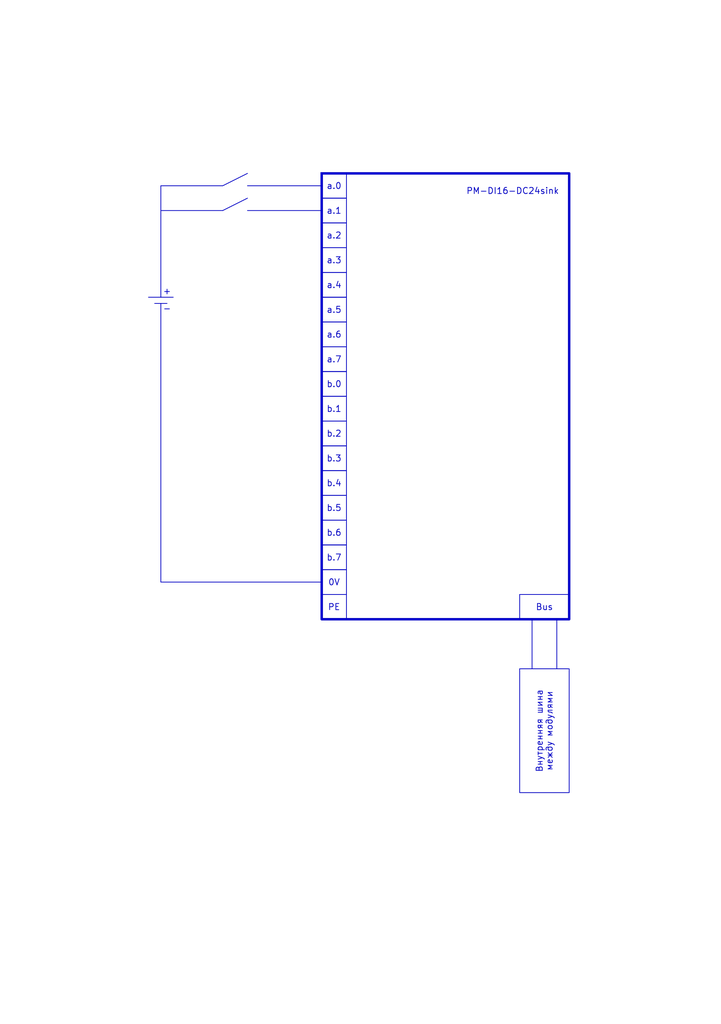
<source format=kicad_sch>
(kicad_sch
	(version 20231120)
	(generator "eeschema")
	(generator_version "8.0")
	(uuid "fda91065-2b86-446f-bd5e-8e65072b3a35")
	(paper "A5" portrait)
	(lib_symbols)
	(polyline
		(pts
			(xy 50.8 43.18) (xy 66.04 43.18)
		)
		(stroke
			(width 0)
			(type default)
		)
		(uuid "065eb611-0851-4807-9e23-7c7dcb7daa71")
	)
	(polyline
		(pts
			(xy 109.22 127) (xy 109.22 137.16)
		)
		(stroke
			(width 0)
			(type default)
		)
		(uuid "16ea9737-18d1-4d14-b8e9-2f492df0080a")
	)
	(polyline
		(pts
			(xy 50.8 40.64) (xy 45.72 43.18)
		)
		(stroke
			(width 0)
			(type default)
		)
		(uuid "51d85d78-4c84-42a2-8696-86e6d35ffcc5")
	)
	(polyline
		(pts
			(xy 33.02 38.1) (xy 45.72 38.1)
		)
		(stroke
			(width 0)
			(type default)
		)
		(uuid "640992d5-a8bd-4908-9c0b-a881aca46439")
	)
	(polyline
		(pts
			(xy 50.8 38.1) (xy 66.04 38.1)
		)
		(stroke
			(width 0)
			(type default)
		)
		(uuid "83ef95d7-aa1e-447e-a004-834eaf47c4f9")
	)
	(polyline
		(pts
			(xy 33.02 60.96) (xy 33.02 38.1)
		)
		(stroke
			(width 0)
			(type default)
		)
		(uuid "891fd344-917e-4e86-a63d-6d2a3e7c3733")
	)
	(polyline
		(pts
			(xy 45.72 43.18) (xy 33.02 43.18)
		)
		(stroke
			(width 0)
			(type default)
		)
		(uuid "9ee65026-0202-4363-93a9-1ac6d50ce1e2")
	)
	(polyline
		(pts
			(xy 66.04 119.38) (xy 33.02 119.38)
		)
		(stroke
			(width 0)
			(type default)
		)
		(uuid "a2d7387b-c029-4cd8-9590-1864a47f00df")
	)
	(polyline
		(pts
			(xy 50.8 35.56) (xy 45.72 38.1)
		)
		(stroke
			(width 0)
			(type default)
		)
		(uuid "adb3a389-1989-4c33-9b5a-c8d5820e3aa0")
	)
	(polyline
		(pts
			(xy 30.48 60.96) (xy 35.56 60.96)
		)
		(stroke
			(width 0)
			(type default)
		)
		(uuid "c91e0126-d686-4f77-b73c-2a56479c971d")
	)
	(polyline
		(pts
			(xy 33.02 62.23) (xy 33.02 119.38)
		)
		(stroke
			(width 0)
			(type default)
		)
		(uuid "d5a38d04-3f09-4417-a0a0-d99dbe06c770")
	)
	(polyline
		(pts
			(xy 114.3 127) (xy 114.3 137.16)
		)
		(stroke
			(width 0)
			(type default)
		)
		(uuid "e3fc4905-8db3-4f69-8aed-46e8c06b5516")
	)
	(polyline
		(pts
			(xy 31.75 62.23) (xy 34.29 62.23)
		)
		(stroke
			(width 0)
			(type default)
		)
		(uuid "f18a720c-c0b5-414c-8423-82c202d4a4f7")
	)
	(rectangle
		(start 66.04 35.56)
		(end 116.84 127)
		(stroke
			(width 0.5)
			(type default)
		)
		(fill
			(type none)
		)
		(uuid 5c53e6a3-fe66-4870-9ff5-f4196b0debc4)
	)
	(text_box "Внутренняя шина между модулями"
		(exclude_from_sim no)
		(at 106.68 137.16 90)
		(size 10.16 25.4)
		(stroke
			(width 0)
			(type default)
		)
		(fill
			(type none)
		)
		(effects
			(font
				(size 1.27 1.27)
			)
		)
		(uuid "20d27fff-2217-4576-9575-c20e8ea60192")
	)
	(text_box "b.0"
		(exclude_from_sim no)
		(at 66.04 76.2 0)
		(size 5.08 5.08)
		(stroke
			(width 0)
			(type default)
		)
		(fill
			(type none)
		)
		(effects
			(font
				(size 1.27 1.27)
			)
		)
		(uuid "247c3949-5b0b-41c8-91b8-714a1f0c7b19")
	)
	(text_box "b.1"
		(exclude_from_sim no)
		(at 66.04 81.28 0)
		(size 5.08 5.08)
		(stroke
			(width 0)
			(type default)
		)
		(fill
			(type none)
		)
		(effects
			(font
				(size 1.27 1.27)
			)
		)
		(uuid "33d1dea8-4284-4196-ae0c-26a01173f1de")
	)
	(text_box "b.4"
		(exclude_from_sim no)
		(at 66.04 96.52 0)
		(size 5.08 5.08)
		(stroke
			(width 0)
			(type default)
		)
		(fill
			(type none)
		)
		(effects
			(font
				(size 1.27 1.27)
			)
		)
		(uuid "377ec76d-66d2-468b-9410-132894e4e4b3")
	)
	(text_box "b.6"
		(exclude_from_sim no)
		(at 66.04 106.68 0)
		(size 5.08 5.08)
		(stroke
			(width 0)
			(type default)
		)
		(fill
			(type none)
		)
		(effects
			(font
				(size 1.27 1.27)
			)
		)
		(uuid "4333a156-a837-48c1-bfb8-c3574c7f7585")
	)
	(text_box "a.1"
		(exclude_from_sim no)
		(at 66.04 40.64 0)
		(size 5.08 5.08)
		(stroke
			(width 0)
			(type default)
		)
		(fill
			(type none)
		)
		(effects
			(font
				(size 1.27 1.27)
			)
		)
		(uuid "4ffa2e59-7310-4f26-a8d4-d8e465e6aa5f")
	)
	(text_box "0V"
		(exclude_from_sim no)
		(at 66.04 116.84 0)
		(size 5.08 5.08)
		(stroke
			(width 0)
			(type default)
		)
		(fill
			(type none)
		)
		(effects
			(font
				(size 1.27 1.27)
			)
		)
		(uuid "595cec1a-f2b2-4af6-bb13-e98cc4d549a8")
	)
	(text_box "a.2"
		(exclude_from_sim no)
		(at 66.04 45.72 0)
		(size 5.08 5.08)
		(stroke
			(width 0)
			(type default)
		)
		(fill
			(type none)
		)
		(effects
			(font
				(size 1.27 1.27)
			)
		)
		(uuid "5d1ac899-80a6-4fe3-963c-314d8c7ee7ac")
	)
	(text_box "Bus"
		(exclude_from_sim no)
		(at 106.68 121.92 0)
		(size 10.16 5.08)
		(stroke
			(width 0)
			(type default)
		)
		(fill
			(type none)
		)
		(effects
			(font
				(size 1.27 1.27)
			)
		)
		(uuid "650eecf3-8539-4c24-995b-fcd66c09e654")
	)
	(text_box "b.7"
		(exclude_from_sim no)
		(at 66.04 111.76 0)
		(size 5.08 5.08)
		(stroke
			(width 0)
			(type default)
		)
		(fill
			(type none)
		)
		(effects
			(font
				(size 1.27 1.27)
			)
		)
		(uuid "78b40979-9e00-44e6-8754-e023403e7141")
	)
	(text_box "b.3"
		(exclude_from_sim no)
		(at 66.04 91.44 0)
		(size 5.08 5.08)
		(stroke
			(width 0)
			(type default)
		)
		(fill
			(type none)
		)
		(effects
			(font
				(size 1.27 1.27)
			)
		)
		(uuid "89352b96-5838-461d-b7e8-195a42a98e6b")
	)
	(text_box "a.6"
		(exclude_from_sim no)
		(at 66.04 66.04 0)
		(size 5.08 5.08)
		(stroke
			(width 0)
			(type default)
		)
		(fill
			(type none)
		)
		(effects
			(font
				(size 1.27 1.27)
			)
		)
		(uuid "a2bef4e3-bf68-4183-b71a-1afdd3425f7e")
	)
	(text_box "a.3"
		(exclude_from_sim no)
		(at 66.04 50.8 0)
		(size 5.08 5.08)
		(stroke
			(width 0)
			(type default)
		)
		(fill
			(type none)
		)
		(effects
			(font
				(size 1.27 1.27)
			)
		)
		(uuid "af8c4eb7-a257-4740-9bbd-153aaeebd6b1")
	)
	(text_box "a.5"
		(exclude_from_sim no)
		(at 66.04 60.96 0)
		(size 5.08 5.08)
		(stroke
			(width 0)
			(type default)
		)
		(fill
			(type none)
		)
		(effects
			(font
				(size 1.27 1.27)
			)
		)
		(uuid "b569eba9-7a32-45c4-927e-88b1239312f1")
	)
	(text_box "b.5"
		(exclude_from_sim no)
		(at 66.04 101.6 0)
		(size 5.08 5.08)
		(stroke
			(width 0)
			(type default)
		)
		(fill
			(type none)
		)
		(effects
			(font
				(size 1.27 1.27)
			)
		)
		(uuid "cce71d3d-22e4-4458-9e6a-e06824691bbf")
	)
	(text_box "b.2"
		(exclude_from_sim no)
		(at 66.04 86.36 0)
		(size 5.08 5.08)
		(stroke
			(width 0)
			(type default)
		)
		(fill
			(type none)
		)
		(effects
			(font
				(size 1.27 1.27)
			)
		)
		(uuid "cea5f8bf-f51e-4340-b1b3-dc18a1d08a55")
	)
	(text_box "a.0"
		(exclude_from_sim no)
		(at 66.04 35.56 0)
		(size 5.08 5.08)
		(stroke
			(width 0)
			(type default)
		)
		(fill
			(type none)
		)
		(effects
			(font
				(size 1.27 1.27)
			)
		)
		(uuid "da5fc147-87bb-4255-b57c-5c07b0ad0f4c")
	)
	(text_box "a.4"
		(exclude_from_sim no)
		(at 66.04 55.88 0)
		(size 5.08 5.08)
		(stroke
			(width 0)
			(type default)
		)
		(fill
			(type none)
		)
		(effects
			(font
				(size 1.27 1.27)
			)
		)
		(uuid "ee307339-c1d2-4474-9a5a-320ad59008a6")
	)
	(text_box "a.7"
		(exclude_from_sim no)
		(at 66.04 71.12 0)
		(size 5.08 5.08)
		(stroke
			(width 0)
			(type default)
		)
		(fill
			(type none)
		)
		(effects
			(font
				(size 1.27 1.27)
			)
		)
		(uuid "f4f99c52-5b2e-4281-a341-768f1af53023")
	)
	(text_box "PE"
		(exclude_from_sim no)
		(at 66.04 121.92 0)
		(size 5.08 5.08)
		(stroke
			(width 0)
			(type default)
		)
		(fill
			(type none)
		)
		(effects
			(font
				(size 1.27 1.27)
			)
		)
		(uuid "f80d57a1-e907-4e89-83f4-bd236f63cacc")
	)
	(text "+"
		(exclude_from_sim no)
		(at 34.29 59.944 0)
		(effects
			(font
				(size 1.27 1.27)
			)
		)
		(uuid "705284e8-1c8c-4f3b-a65b-be537a58dcf5")
	)
	(text "-"
		(exclude_from_sim no)
		(at 34.29 63.5 0)
		(effects
			(font
				(size 1.27 1.27)
			)
		)
		(uuid "937f2bf9-8090-407c-abb5-934484c75f38")
	)
	(text "PM-DI16-DC24sink"
		(exclude_from_sim no)
		(at 114.808 39.37 0)
		(effects
			(font
				(size 1.27 1.27)
			)
			(justify right)
		)
		(uuid "d0bdb05a-04f4-41cc-8089-866f37bdd4bf")
	)
)

</source>
